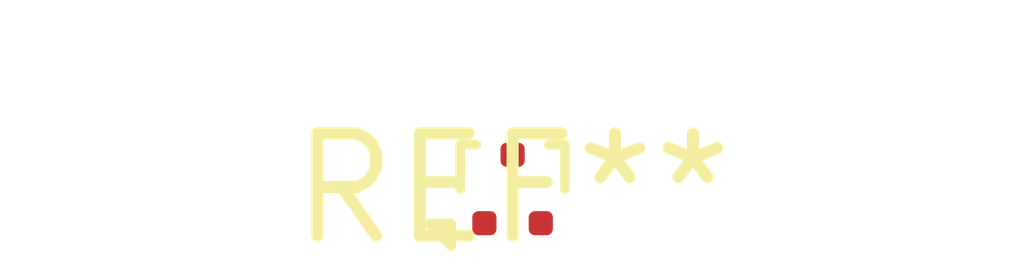
<source format=kicad_pcb>
(kicad_pcb (version 20240108) (generator pcbnew)
  (layers (0 "F.Cu" signal) (31 "B.Cu" signal) (34 "B.Paste" user) (35 "F.Paste" user) (36 "B.SilkS" user "B.Silkscreen") (37 "F.SilkS" user "F.Silkscreen") (38 "B.Mask" user) (39 "F.Mask" user) (44 "Edge.Cuts" user))
  (net 0 "")
  (footprint "Texas_DRT-3" (layer "F.Cu") (at 0 0)
    (property "Reference" "REF**")
    (property "Value" "Texas_DRT-3")
    (fp_line (start -0.65 -0.55) (end -0.45 -0.55) (layer "F.SilkS") (stroke (width 0.12)))
    (fp_line (start -0.65 0) (end -0.65 -0.55) (layer "F.SilkS") (stroke (width 0.12)))
    (fp_line (start 0.65 -0.55) (end 0.45 -0.55) (layer "F.SilkS") (stroke (width 0.12)))
    (fp_line (start 0.65 0) (end 0.65 -0.55) (layer "F.SilkS") (stroke (width 0.12)))
    (fp_poly (pts (xy -0.76 0.43) (xy -0.76 0.71) (xy -1.04 0.43) (xy -0.76 0.43)) (layer "F.SilkS") (stroke (width 0.12)) (fill solid))
    (pad "1" smd roundrect (at -0.35 0.425) (size 0.3 0.3) (layers "F.Cu" "F.Paste" "F.Mask"))
    (pad "2" smd roundrect (at 0.35 0.425) (size 0.3 0.3) (layers "F.Cu" "F.Paste" "F.Mask"))
    (pad "3" smd roundrect (at 0 -0.425) (size 0.3 0.3) (layers "F.Cu" "F.Paste" "F.Mask"))
  )
)
</source>
